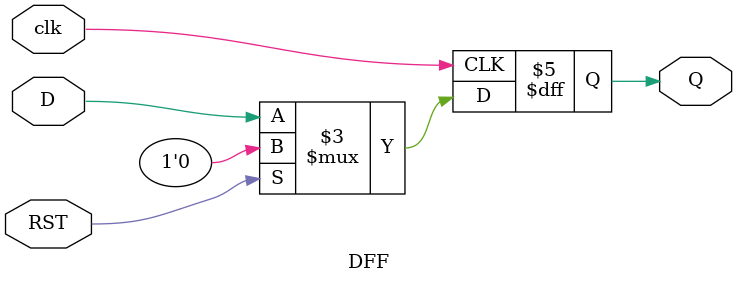
<source format=v>
`timescale 1ns/100ps

module DFF(
  
  input clk,
  input D,
  input RST,
  output reg Q );
  
  always @ (posedge(clk)) begin
    if(RST) Q = 0;
    else Q = D;
  end 
  
endmodule

</source>
